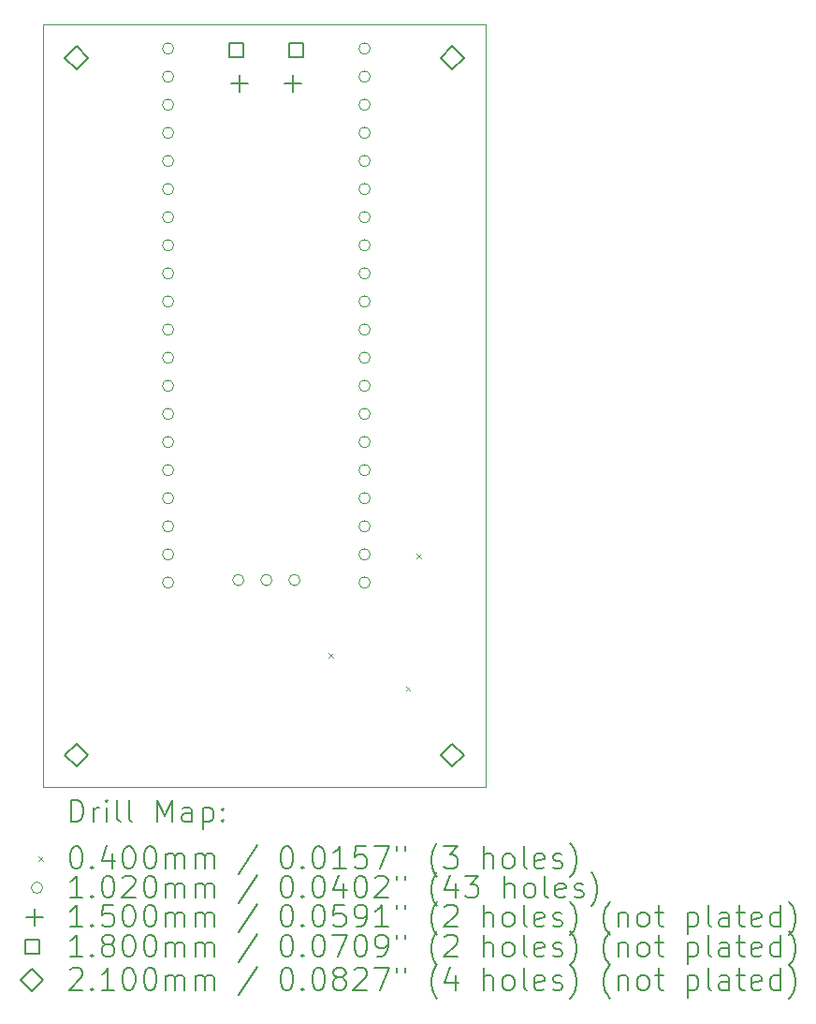
<source format=gbr>
%FSLAX45Y45*%
G04 Gerber Fmt 4.5, Leading zero omitted, Abs format (unit mm)*
G04 Created by KiCad (PCBNEW (6.0.2)) date 2022-03-21 08:56:13*
%MOMM*%
%LPD*%
G01*
G04 APERTURE LIST*
%TA.AperFunction,Profile*%
%ADD10C,0.100000*%
%TD*%
%ADD11C,0.200000*%
%ADD12C,0.040000*%
%ADD13C,0.102000*%
%ADD14C,0.150000*%
%ADD15C,0.180000*%
%ADD16C,0.210000*%
G04 APERTURE END LIST*
D10*
X12700000Y-5900000D02*
X16700000Y-5900000D01*
X16700000Y-5900000D02*
X16700000Y-12790000D01*
X16700000Y-12790000D02*
X12700000Y-12790000D01*
X12700000Y-12790000D02*
X12700000Y-5900000D01*
D11*
D12*
X15280000Y-11580000D02*
X15320000Y-11620000D01*
X15320000Y-11580000D02*
X15280000Y-11620000D01*
X15980000Y-11880000D02*
X16020000Y-11920000D01*
X16020000Y-11880000D02*
X15980000Y-11920000D01*
X16080000Y-10680000D02*
X16120000Y-10720000D01*
X16120000Y-10680000D02*
X16080000Y-10720000D01*
D13*
X13881000Y-6114500D02*
G75*
G03*
X13881000Y-6114500I-51000J0D01*
G01*
X13881000Y-6368500D02*
G75*
G03*
X13881000Y-6368500I-51000J0D01*
G01*
X13881000Y-6622500D02*
G75*
G03*
X13881000Y-6622500I-51000J0D01*
G01*
X13881000Y-6876500D02*
G75*
G03*
X13881000Y-6876500I-51000J0D01*
G01*
X13881000Y-7130500D02*
G75*
G03*
X13881000Y-7130500I-51000J0D01*
G01*
X13881000Y-7384500D02*
G75*
G03*
X13881000Y-7384500I-51000J0D01*
G01*
X13881000Y-7638500D02*
G75*
G03*
X13881000Y-7638500I-51000J0D01*
G01*
X13881000Y-7892500D02*
G75*
G03*
X13881000Y-7892500I-51000J0D01*
G01*
X13881000Y-8146500D02*
G75*
G03*
X13881000Y-8146500I-51000J0D01*
G01*
X13881000Y-8400500D02*
G75*
G03*
X13881000Y-8400500I-51000J0D01*
G01*
X13881000Y-8654500D02*
G75*
G03*
X13881000Y-8654500I-51000J0D01*
G01*
X13881000Y-8908500D02*
G75*
G03*
X13881000Y-8908500I-51000J0D01*
G01*
X13881000Y-9162500D02*
G75*
G03*
X13881000Y-9162500I-51000J0D01*
G01*
X13881000Y-9416500D02*
G75*
G03*
X13881000Y-9416500I-51000J0D01*
G01*
X13881000Y-9670500D02*
G75*
G03*
X13881000Y-9670500I-51000J0D01*
G01*
X13881000Y-9924500D02*
G75*
G03*
X13881000Y-9924500I-51000J0D01*
G01*
X13881000Y-10178500D02*
G75*
G03*
X13881000Y-10178500I-51000J0D01*
G01*
X13881000Y-10432500D02*
G75*
G03*
X13881000Y-10432500I-51000J0D01*
G01*
X13881000Y-10686500D02*
G75*
G03*
X13881000Y-10686500I-51000J0D01*
G01*
X13881000Y-10940500D02*
G75*
G03*
X13881000Y-10940500I-51000J0D01*
G01*
X14516000Y-10917500D02*
G75*
G03*
X14516000Y-10917500I-51000J0D01*
G01*
X14770000Y-10917500D02*
G75*
G03*
X14770000Y-10917500I-51000J0D01*
G01*
X15024000Y-10917500D02*
G75*
G03*
X15024000Y-10917500I-51000J0D01*
G01*
X15659000Y-6114500D02*
G75*
G03*
X15659000Y-6114500I-51000J0D01*
G01*
X15659000Y-6368500D02*
G75*
G03*
X15659000Y-6368500I-51000J0D01*
G01*
X15659000Y-6622500D02*
G75*
G03*
X15659000Y-6622500I-51000J0D01*
G01*
X15659000Y-6876500D02*
G75*
G03*
X15659000Y-6876500I-51000J0D01*
G01*
X15659000Y-7130500D02*
G75*
G03*
X15659000Y-7130500I-51000J0D01*
G01*
X15659000Y-7384500D02*
G75*
G03*
X15659000Y-7384500I-51000J0D01*
G01*
X15659000Y-7638500D02*
G75*
G03*
X15659000Y-7638500I-51000J0D01*
G01*
X15659000Y-7892500D02*
G75*
G03*
X15659000Y-7892500I-51000J0D01*
G01*
X15659000Y-8146500D02*
G75*
G03*
X15659000Y-8146500I-51000J0D01*
G01*
X15659000Y-8400500D02*
G75*
G03*
X15659000Y-8400500I-51000J0D01*
G01*
X15659000Y-8654500D02*
G75*
G03*
X15659000Y-8654500I-51000J0D01*
G01*
X15659000Y-8908500D02*
G75*
G03*
X15659000Y-8908500I-51000J0D01*
G01*
X15659000Y-9162500D02*
G75*
G03*
X15659000Y-9162500I-51000J0D01*
G01*
X15659000Y-9416500D02*
G75*
G03*
X15659000Y-9416500I-51000J0D01*
G01*
X15659000Y-9670500D02*
G75*
G03*
X15659000Y-9670500I-51000J0D01*
G01*
X15659000Y-9924500D02*
G75*
G03*
X15659000Y-9924500I-51000J0D01*
G01*
X15659000Y-10178500D02*
G75*
G03*
X15659000Y-10178500I-51000J0D01*
G01*
X15659000Y-10432500D02*
G75*
G03*
X15659000Y-10432500I-51000J0D01*
G01*
X15659000Y-10686500D02*
G75*
G03*
X15659000Y-10686500I-51000J0D01*
G01*
X15659000Y-10940500D02*
G75*
G03*
X15659000Y-10940500I-51000J0D01*
G01*
D14*
X14476500Y-6355500D02*
X14476500Y-6505500D01*
X14401500Y-6430500D02*
X14551500Y-6430500D01*
X14961500Y-6355500D02*
X14961500Y-6505500D01*
X14886500Y-6430500D02*
X15036500Y-6430500D01*
D15*
X14510140Y-6191140D02*
X14510140Y-6063860D01*
X14382860Y-6063860D01*
X14382860Y-6191140D01*
X14510140Y-6191140D01*
X15055140Y-6191140D02*
X15055140Y-6063860D01*
X14927860Y-6063860D01*
X14927860Y-6191140D01*
X15055140Y-6191140D01*
D16*
X13000000Y-6305000D02*
X13105000Y-6200000D01*
X13000000Y-6095000D01*
X12895000Y-6200000D01*
X13000000Y-6305000D01*
X13000000Y-12605000D02*
X13105000Y-12500000D01*
X13000000Y-12395000D01*
X12895000Y-12500000D01*
X13000000Y-12605000D01*
X16400000Y-6305000D02*
X16505000Y-6200000D01*
X16400000Y-6095000D01*
X16295000Y-6200000D01*
X16400000Y-6305000D01*
X16400000Y-12605000D02*
X16505000Y-12500000D01*
X16400000Y-12395000D01*
X16295000Y-12500000D01*
X16400000Y-12605000D01*
D11*
X12952619Y-13105476D02*
X12952619Y-12905476D01*
X13000238Y-12905476D01*
X13028809Y-12915000D01*
X13047857Y-12934048D01*
X13057381Y-12953095D01*
X13066905Y-12991190D01*
X13066905Y-13019762D01*
X13057381Y-13057857D01*
X13047857Y-13076905D01*
X13028809Y-13095952D01*
X13000238Y-13105476D01*
X12952619Y-13105476D01*
X13152619Y-13105476D02*
X13152619Y-12972143D01*
X13152619Y-13010238D02*
X13162143Y-12991190D01*
X13171667Y-12981667D01*
X13190714Y-12972143D01*
X13209762Y-12972143D01*
X13276428Y-13105476D02*
X13276428Y-12972143D01*
X13276428Y-12905476D02*
X13266905Y-12915000D01*
X13276428Y-12924524D01*
X13285952Y-12915000D01*
X13276428Y-12905476D01*
X13276428Y-12924524D01*
X13400238Y-13105476D02*
X13381190Y-13095952D01*
X13371667Y-13076905D01*
X13371667Y-12905476D01*
X13505000Y-13105476D02*
X13485952Y-13095952D01*
X13476428Y-13076905D01*
X13476428Y-12905476D01*
X13733571Y-13105476D02*
X13733571Y-12905476D01*
X13800238Y-13048333D01*
X13866905Y-12905476D01*
X13866905Y-13105476D01*
X14047857Y-13105476D02*
X14047857Y-13000714D01*
X14038333Y-12981667D01*
X14019286Y-12972143D01*
X13981190Y-12972143D01*
X13962143Y-12981667D01*
X14047857Y-13095952D02*
X14028809Y-13105476D01*
X13981190Y-13105476D01*
X13962143Y-13095952D01*
X13952619Y-13076905D01*
X13952619Y-13057857D01*
X13962143Y-13038809D01*
X13981190Y-13029286D01*
X14028809Y-13029286D01*
X14047857Y-13019762D01*
X14143095Y-12972143D02*
X14143095Y-13172143D01*
X14143095Y-12981667D02*
X14162143Y-12972143D01*
X14200238Y-12972143D01*
X14219286Y-12981667D01*
X14228809Y-12991190D01*
X14238333Y-13010238D01*
X14238333Y-13067381D01*
X14228809Y-13086428D01*
X14219286Y-13095952D01*
X14200238Y-13105476D01*
X14162143Y-13105476D01*
X14143095Y-13095952D01*
X14324048Y-13086428D02*
X14333571Y-13095952D01*
X14324048Y-13105476D01*
X14314524Y-13095952D01*
X14324048Y-13086428D01*
X14324048Y-13105476D01*
X14324048Y-12981667D02*
X14333571Y-12991190D01*
X14324048Y-13000714D01*
X14314524Y-12991190D01*
X14324048Y-12981667D01*
X14324048Y-13000714D01*
D12*
X12655000Y-13415000D02*
X12695000Y-13455000D01*
X12695000Y-13415000D02*
X12655000Y-13455000D01*
D11*
X12990714Y-13325476D02*
X13009762Y-13325476D01*
X13028809Y-13335000D01*
X13038333Y-13344524D01*
X13047857Y-13363571D01*
X13057381Y-13401667D01*
X13057381Y-13449286D01*
X13047857Y-13487381D01*
X13038333Y-13506428D01*
X13028809Y-13515952D01*
X13009762Y-13525476D01*
X12990714Y-13525476D01*
X12971667Y-13515952D01*
X12962143Y-13506428D01*
X12952619Y-13487381D01*
X12943095Y-13449286D01*
X12943095Y-13401667D01*
X12952619Y-13363571D01*
X12962143Y-13344524D01*
X12971667Y-13335000D01*
X12990714Y-13325476D01*
X13143095Y-13506428D02*
X13152619Y-13515952D01*
X13143095Y-13525476D01*
X13133571Y-13515952D01*
X13143095Y-13506428D01*
X13143095Y-13525476D01*
X13324048Y-13392143D02*
X13324048Y-13525476D01*
X13276428Y-13315952D02*
X13228809Y-13458809D01*
X13352619Y-13458809D01*
X13466905Y-13325476D02*
X13485952Y-13325476D01*
X13505000Y-13335000D01*
X13514524Y-13344524D01*
X13524048Y-13363571D01*
X13533571Y-13401667D01*
X13533571Y-13449286D01*
X13524048Y-13487381D01*
X13514524Y-13506428D01*
X13505000Y-13515952D01*
X13485952Y-13525476D01*
X13466905Y-13525476D01*
X13447857Y-13515952D01*
X13438333Y-13506428D01*
X13428809Y-13487381D01*
X13419286Y-13449286D01*
X13419286Y-13401667D01*
X13428809Y-13363571D01*
X13438333Y-13344524D01*
X13447857Y-13335000D01*
X13466905Y-13325476D01*
X13657381Y-13325476D02*
X13676428Y-13325476D01*
X13695476Y-13335000D01*
X13705000Y-13344524D01*
X13714524Y-13363571D01*
X13724048Y-13401667D01*
X13724048Y-13449286D01*
X13714524Y-13487381D01*
X13705000Y-13506428D01*
X13695476Y-13515952D01*
X13676428Y-13525476D01*
X13657381Y-13525476D01*
X13638333Y-13515952D01*
X13628809Y-13506428D01*
X13619286Y-13487381D01*
X13609762Y-13449286D01*
X13609762Y-13401667D01*
X13619286Y-13363571D01*
X13628809Y-13344524D01*
X13638333Y-13335000D01*
X13657381Y-13325476D01*
X13809762Y-13525476D02*
X13809762Y-13392143D01*
X13809762Y-13411190D02*
X13819286Y-13401667D01*
X13838333Y-13392143D01*
X13866905Y-13392143D01*
X13885952Y-13401667D01*
X13895476Y-13420714D01*
X13895476Y-13525476D01*
X13895476Y-13420714D02*
X13905000Y-13401667D01*
X13924048Y-13392143D01*
X13952619Y-13392143D01*
X13971667Y-13401667D01*
X13981190Y-13420714D01*
X13981190Y-13525476D01*
X14076428Y-13525476D02*
X14076428Y-13392143D01*
X14076428Y-13411190D02*
X14085952Y-13401667D01*
X14105000Y-13392143D01*
X14133571Y-13392143D01*
X14152619Y-13401667D01*
X14162143Y-13420714D01*
X14162143Y-13525476D01*
X14162143Y-13420714D02*
X14171667Y-13401667D01*
X14190714Y-13392143D01*
X14219286Y-13392143D01*
X14238333Y-13401667D01*
X14247857Y-13420714D01*
X14247857Y-13525476D01*
X14638333Y-13315952D02*
X14466905Y-13573095D01*
X14895476Y-13325476D02*
X14914524Y-13325476D01*
X14933571Y-13335000D01*
X14943095Y-13344524D01*
X14952619Y-13363571D01*
X14962143Y-13401667D01*
X14962143Y-13449286D01*
X14952619Y-13487381D01*
X14943095Y-13506428D01*
X14933571Y-13515952D01*
X14914524Y-13525476D01*
X14895476Y-13525476D01*
X14876428Y-13515952D01*
X14866905Y-13506428D01*
X14857381Y-13487381D01*
X14847857Y-13449286D01*
X14847857Y-13401667D01*
X14857381Y-13363571D01*
X14866905Y-13344524D01*
X14876428Y-13335000D01*
X14895476Y-13325476D01*
X15047857Y-13506428D02*
X15057381Y-13515952D01*
X15047857Y-13525476D01*
X15038333Y-13515952D01*
X15047857Y-13506428D01*
X15047857Y-13525476D01*
X15181190Y-13325476D02*
X15200238Y-13325476D01*
X15219286Y-13335000D01*
X15228809Y-13344524D01*
X15238333Y-13363571D01*
X15247857Y-13401667D01*
X15247857Y-13449286D01*
X15238333Y-13487381D01*
X15228809Y-13506428D01*
X15219286Y-13515952D01*
X15200238Y-13525476D01*
X15181190Y-13525476D01*
X15162143Y-13515952D01*
X15152619Y-13506428D01*
X15143095Y-13487381D01*
X15133571Y-13449286D01*
X15133571Y-13401667D01*
X15143095Y-13363571D01*
X15152619Y-13344524D01*
X15162143Y-13335000D01*
X15181190Y-13325476D01*
X15438333Y-13525476D02*
X15324048Y-13525476D01*
X15381190Y-13525476D02*
X15381190Y-13325476D01*
X15362143Y-13354048D01*
X15343095Y-13373095D01*
X15324048Y-13382619D01*
X15619286Y-13325476D02*
X15524048Y-13325476D01*
X15514524Y-13420714D01*
X15524048Y-13411190D01*
X15543095Y-13401667D01*
X15590714Y-13401667D01*
X15609762Y-13411190D01*
X15619286Y-13420714D01*
X15628809Y-13439762D01*
X15628809Y-13487381D01*
X15619286Y-13506428D01*
X15609762Y-13515952D01*
X15590714Y-13525476D01*
X15543095Y-13525476D01*
X15524048Y-13515952D01*
X15514524Y-13506428D01*
X15695476Y-13325476D02*
X15828809Y-13325476D01*
X15743095Y-13525476D01*
X15895476Y-13325476D02*
X15895476Y-13363571D01*
X15971667Y-13325476D02*
X15971667Y-13363571D01*
X16266905Y-13601667D02*
X16257381Y-13592143D01*
X16238333Y-13563571D01*
X16228809Y-13544524D01*
X16219286Y-13515952D01*
X16209762Y-13468333D01*
X16209762Y-13430238D01*
X16219286Y-13382619D01*
X16228809Y-13354048D01*
X16238333Y-13335000D01*
X16257381Y-13306428D01*
X16266905Y-13296905D01*
X16324048Y-13325476D02*
X16447857Y-13325476D01*
X16381190Y-13401667D01*
X16409762Y-13401667D01*
X16428809Y-13411190D01*
X16438333Y-13420714D01*
X16447857Y-13439762D01*
X16447857Y-13487381D01*
X16438333Y-13506428D01*
X16428809Y-13515952D01*
X16409762Y-13525476D01*
X16352619Y-13525476D01*
X16333571Y-13515952D01*
X16324048Y-13506428D01*
X16685952Y-13525476D02*
X16685952Y-13325476D01*
X16771667Y-13525476D02*
X16771667Y-13420714D01*
X16762143Y-13401667D01*
X16743095Y-13392143D01*
X16714524Y-13392143D01*
X16695476Y-13401667D01*
X16685952Y-13411190D01*
X16895476Y-13525476D02*
X16876429Y-13515952D01*
X16866905Y-13506428D01*
X16857381Y-13487381D01*
X16857381Y-13430238D01*
X16866905Y-13411190D01*
X16876429Y-13401667D01*
X16895476Y-13392143D01*
X16924048Y-13392143D01*
X16943095Y-13401667D01*
X16952619Y-13411190D01*
X16962143Y-13430238D01*
X16962143Y-13487381D01*
X16952619Y-13506428D01*
X16943095Y-13515952D01*
X16924048Y-13525476D01*
X16895476Y-13525476D01*
X17076429Y-13525476D02*
X17057381Y-13515952D01*
X17047857Y-13496905D01*
X17047857Y-13325476D01*
X17228810Y-13515952D02*
X17209762Y-13525476D01*
X17171667Y-13525476D01*
X17152619Y-13515952D01*
X17143095Y-13496905D01*
X17143095Y-13420714D01*
X17152619Y-13401667D01*
X17171667Y-13392143D01*
X17209762Y-13392143D01*
X17228810Y-13401667D01*
X17238333Y-13420714D01*
X17238333Y-13439762D01*
X17143095Y-13458809D01*
X17314524Y-13515952D02*
X17333571Y-13525476D01*
X17371667Y-13525476D01*
X17390714Y-13515952D01*
X17400238Y-13496905D01*
X17400238Y-13487381D01*
X17390714Y-13468333D01*
X17371667Y-13458809D01*
X17343095Y-13458809D01*
X17324048Y-13449286D01*
X17314524Y-13430238D01*
X17314524Y-13420714D01*
X17324048Y-13401667D01*
X17343095Y-13392143D01*
X17371667Y-13392143D01*
X17390714Y-13401667D01*
X17466905Y-13601667D02*
X17476429Y-13592143D01*
X17495476Y-13563571D01*
X17505000Y-13544524D01*
X17514524Y-13515952D01*
X17524048Y-13468333D01*
X17524048Y-13430238D01*
X17514524Y-13382619D01*
X17505000Y-13354048D01*
X17495476Y-13335000D01*
X17476429Y-13306428D01*
X17466905Y-13296905D01*
D13*
X12695000Y-13699000D02*
G75*
G03*
X12695000Y-13699000I-51000J0D01*
G01*
D11*
X13057381Y-13789476D02*
X12943095Y-13789476D01*
X13000238Y-13789476D02*
X13000238Y-13589476D01*
X12981190Y-13618048D01*
X12962143Y-13637095D01*
X12943095Y-13646619D01*
X13143095Y-13770428D02*
X13152619Y-13779952D01*
X13143095Y-13789476D01*
X13133571Y-13779952D01*
X13143095Y-13770428D01*
X13143095Y-13789476D01*
X13276428Y-13589476D02*
X13295476Y-13589476D01*
X13314524Y-13599000D01*
X13324048Y-13608524D01*
X13333571Y-13627571D01*
X13343095Y-13665667D01*
X13343095Y-13713286D01*
X13333571Y-13751381D01*
X13324048Y-13770428D01*
X13314524Y-13779952D01*
X13295476Y-13789476D01*
X13276428Y-13789476D01*
X13257381Y-13779952D01*
X13247857Y-13770428D01*
X13238333Y-13751381D01*
X13228809Y-13713286D01*
X13228809Y-13665667D01*
X13238333Y-13627571D01*
X13247857Y-13608524D01*
X13257381Y-13599000D01*
X13276428Y-13589476D01*
X13419286Y-13608524D02*
X13428809Y-13599000D01*
X13447857Y-13589476D01*
X13495476Y-13589476D01*
X13514524Y-13599000D01*
X13524048Y-13608524D01*
X13533571Y-13627571D01*
X13533571Y-13646619D01*
X13524048Y-13675190D01*
X13409762Y-13789476D01*
X13533571Y-13789476D01*
X13657381Y-13589476D02*
X13676428Y-13589476D01*
X13695476Y-13599000D01*
X13705000Y-13608524D01*
X13714524Y-13627571D01*
X13724048Y-13665667D01*
X13724048Y-13713286D01*
X13714524Y-13751381D01*
X13705000Y-13770428D01*
X13695476Y-13779952D01*
X13676428Y-13789476D01*
X13657381Y-13789476D01*
X13638333Y-13779952D01*
X13628809Y-13770428D01*
X13619286Y-13751381D01*
X13609762Y-13713286D01*
X13609762Y-13665667D01*
X13619286Y-13627571D01*
X13628809Y-13608524D01*
X13638333Y-13599000D01*
X13657381Y-13589476D01*
X13809762Y-13789476D02*
X13809762Y-13656143D01*
X13809762Y-13675190D02*
X13819286Y-13665667D01*
X13838333Y-13656143D01*
X13866905Y-13656143D01*
X13885952Y-13665667D01*
X13895476Y-13684714D01*
X13895476Y-13789476D01*
X13895476Y-13684714D02*
X13905000Y-13665667D01*
X13924048Y-13656143D01*
X13952619Y-13656143D01*
X13971667Y-13665667D01*
X13981190Y-13684714D01*
X13981190Y-13789476D01*
X14076428Y-13789476D02*
X14076428Y-13656143D01*
X14076428Y-13675190D02*
X14085952Y-13665667D01*
X14105000Y-13656143D01*
X14133571Y-13656143D01*
X14152619Y-13665667D01*
X14162143Y-13684714D01*
X14162143Y-13789476D01*
X14162143Y-13684714D02*
X14171667Y-13665667D01*
X14190714Y-13656143D01*
X14219286Y-13656143D01*
X14238333Y-13665667D01*
X14247857Y-13684714D01*
X14247857Y-13789476D01*
X14638333Y-13579952D02*
X14466905Y-13837095D01*
X14895476Y-13589476D02*
X14914524Y-13589476D01*
X14933571Y-13599000D01*
X14943095Y-13608524D01*
X14952619Y-13627571D01*
X14962143Y-13665667D01*
X14962143Y-13713286D01*
X14952619Y-13751381D01*
X14943095Y-13770428D01*
X14933571Y-13779952D01*
X14914524Y-13789476D01*
X14895476Y-13789476D01*
X14876428Y-13779952D01*
X14866905Y-13770428D01*
X14857381Y-13751381D01*
X14847857Y-13713286D01*
X14847857Y-13665667D01*
X14857381Y-13627571D01*
X14866905Y-13608524D01*
X14876428Y-13599000D01*
X14895476Y-13589476D01*
X15047857Y-13770428D02*
X15057381Y-13779952D01*
X15047857Y-13789476D01*
X15038333Y-13779952D01*
X15047857Y-13770428D01*
X15047857Y-13789476D01*
X15181190Y-13589476D02*
X15200238Y-13589476D01*
X15219286Y-13599000D01*
X15228809Y-13608524D01*
X15238333Y-13627571D01*
X15247857Y-13665667D01*
X15247857Y-13713286D01*
X15238333Y-13751381D01*
X15228809Y-13770428D01*
X15219286Y-13779952D01*
X15200238Y-13789476D01*
X15181190Y-13789476D01*
X15162143Y-13779952D01*
X15152619Y-13770428D01*
X15143095Y-13751381D01*
X15133571Y-13713286D01*
X15133571Y-13665667D01*
X15143095Y-13627571D01*
X15152619Y-13608524D01*
X15162143Y-13599000D01*
X15181190Y-13589476D01*
X15419286Y-13656143D02*
X15419286Y-13789476D01*
X15371667Y-13579952D02*
X15324048Y-13722809D01*
X15447857Y-13722809D01*
X15562143Y-13589476D02*
X15581190Y-13589476D01*
X15600238Y-13599000D01*
X15609762Y-13608524D01*
X15619286Y-13627571D01*
X15628809Y-13665667D01*
X15628809Y-13713286D01*
X15619286Y-13751381D01*
X15609762Y-13770428D01*
X15600238Y-13779952D01*
X15581190Y-13789476D01*
X15562143Y-13789476D01*
X15543095Y-13779952D01*
X15533571Y-13770428D01*
X15524048Y-13751381D01*
X15514524Y-13713286D01*
X15514524Y-13665667D01*
X15524048Y-13627571D01*
X15533571Y-13608524D01*
X15543095Y-13599000D01*
X15562143Y-13589476D01*
X15705000Y-13608524D02*
X15714524Y-13599000D01*
X15733571Y-13589476D01*
X15781190Y-13589476D01*
X15800238Y-13599000D01*
X15809762Y-13608524D01*
X15819286Y-13627571D01*
X15819286Y-13646619D01*
X15809762Y-13675190D01*
X15695476Y-13789476D01*
X15819286Y-13789476D01*
X15895476Y-13589476D02*
X15895476Y-13627571D01*
X15971667Y-13589476D02*
X15971667Y-13627571D01*
X16266905Y-13865667D02*
X16257381Y-13856143D01*
X16238333Y-13827571D01*
X16228809Y-13808524D01*
X16219286Y-13779952D01*
X16209762Y-13732333D01*
X16209762Y-13694238D01*
X16219286Y-13646619D01*
X16228809Y-13618048D01*
X16238333Y-13599000D01*
X16257381Y-13570428D01*
X16266905Y-13560905D01*
X16428809Y-13656143D02*
X16428809Y-13789476D01*
X16381190Y-13579952D02*
X16333571Y-13722809D01*
X16457381Y-13722809D01*
X16514524Y-13589476D02*
X16638333Y-13589476D01*
X16571667Y-13665667D01*
X16600238Y-13665667D01*
X16619286Y-13675190D01*
X16628809Y-13684714D01*
X16638333Y-13703762D01*
X16638333Y-13751381D01*
X16628809Y-13770428D01*
X16619286Y-13779952D01*
X16600238Y-13789476D01*
X16543095Y-13789476D01*
X16524048Y-13779952D01*
X16514524Y-13770428D01*
X16876429Y-13789476D02*
X16876429Y-13589476D01*
X16962143Y-13789476D02*
X16962143Y-13684714D01*
X16952619Y-13665667D01*
X16933571Y-13656143D01*
X16905000Y-13656143D01*
X16885952Y-13665667D01*
X16876429Y-13675190D01*
X17085952Y-13789476D02*
X17066905Y-13779952D01*
X17057381Y-13770428D01*
X17047857Y-13751381D01*
X17047857Y-13694238D01*
X17057381Y-13675190D01*
X17066905Y-13665667D01*
X17085952Y-13656143D01*
X17114524Y-13656143D01*
X17133571Y-13665667D01*
X17143095Y-13675190D01*
X17152619Y-13694238D01*
X17152619Y-13751381D01*
X17143095Y-13770428D01*
X17133571Y-13779952D01*
X17114524Y-13789476D01*
X17085952Y-13789476D01*
X17266905Y-13789476D02*
X17247857Y-13779952D01*
X17238333Y-13760905D01*
X17238333Y-13589476D01*
X17419286Y-13779952D02*
X17400238Y-13789476D01*
X17362143Y-13789476D01*
X17343095Y-13779952D01*
X17333571Y-13760905D01*
X17333571Y-13684714D01*
X17343095Y-13665667D01*
X17362143Y-13656143D01*
X17400238Y-13656143D01*
X17419286Y-13665667D01*
X17428810Y-13684714D01*
X17428810Y-13703762D01*
X17333571Y-13722809D01*
X17505000Y-13779952D02*
X17524048Y-13789476D01*
X17562143Y-13789476D01*
X17581190Y-13779952D01*
X17590714Y-13760905D01*
X17590714Y-13751381D01*
X17581190Y-13732333D01*
X17562143Y-13722809D01*
X17533571Y-13722809D01*
X17514524Y-13713286D01*
X17505000Y-13694238D01*
X17505000Y-13684714D01*
X17514524Y-13665667D01*
X17533571Y-13656143D01*
X17562143Y-13656143D01*
X17581190Y-13665667D01*
X17657381Y-13865667D02*
X17666905Y-13856143D01*
X17685952Y-13827571D01*
X17695476Y-13808524D01*
X17705000Y-13779952D01*
X17714524Y-13732333D01*
X17714524Y-13694238D01*
X17705000Y-13646619D01*
X17695476Y-13618048D01*
X17685952Y-13599000D01*
X17666905Y-13570428D01*
X17657381Y-13560905D01*
D14*
X12620000Y-13888000D02*
X12620000Y-14038000D01*
X12545000Y-13963000D02*
X12695000Y-13963000D01*
D11*
X13057381Y-14053476D02*
X12943095Y-14053476D01*
X13000238Y-14053476D02*
X13000238Y-13853476D01*
X12981190Y-13882048D01*
X12962143Y-13901095D01*
X12943095Y-13910619D01*
X13143095Y-14034428D02*
X13152619Y-14043952D01*
X13143095Y-14053476D01*
X13133571Y-14043952D01*
X13143095Y-14034428D01*
X13143095Y-14053476D01*
X13333571Y-13853476D02*
X13238333Y-13853476D01*
X13228809Y-13948714D01*
X13238333Y-13939190D01*
X13257381Y-13929667D01*
X13305000Y-13929667D01*
X13324048Y-13939190D01*
X13333571Y-13948714D01*
X13343095Y-13967762D01*
X13343095Y-14015381D01*
X13333571Y-14034428D01*
X13324048Y-14043952D01*
X13305000Y-14053476D01*
X13257381Y-14053476D01*
X13238333Y-14043952D01*
X13228809Y-14034428D01*
X13466905Y-13853476D02*
X13485952Y-13853476D01*
X13505000Y-13863000D01*
X13514524Y-13872524D01*
X13524048Y-13891571D01*
X13533571Y-13929667D01*
X13533571Y-13977286D01*
X13524048Y-14015381D01*
X13514524Y-14034428D01*
X13505000Y-14043952D01*
X13485952Y-14053476D01*
X13466905Y-14053476D01*
X13447857Y-14043952D01*
X13438333Y-14034428D01*
X13428809Y-14015381D01*
X13419286Y-13977286D01*
X13419286Y-13929667D01*
X13428809Y-13891571D01*
X13438333Y-13872524D01*
X13447857Y-13863000D01*
X13466905Y-13853476D01*
X13657381Y-13853476D02*
X13676428Y-13853476D01*
X13695476Y-13863000D01*
X13705000Y-13872524D01*
X13714524Y-13891571D01*
X13724048Y-13929667D01*
X13724048Y-13977286D01*
X13714524Y-14015381D01*
X13705000Y-14034428D01*
X13695476Y-14043952D01*
X13676428Y-14053476D01*
X13657381Y-14053476D01*
X13638333Y-14043952D01*
X13628809Y-14034428D01*
X13619286Y-14015381D01*
X13609762Y-13977286D01*
X13609762Y-13929667D01*
X13619286Y-13891571D01*
X13628809Y-13872524D01*
X13638333Y-13863000D01*
X13657381Y-13853476D01*
X13809762Y-14053476D02*
X13809762Y-13920143D01*
X13809762Y-13939190D02*
X13819286Y-13929667D01*
X13838333Y-13920143D01*
X13866905Y-13920143D01*
X13885952Y-13929667D01*
X13895476Y-13948714D01*
X13895476Y-14053476D01*
X13895476Y-13948714D02*
X13905000Y-13929667D01*
X13924048Y-13920143D01*
X13952619Y-13920143D01*
X13971667Y-13929667D01*
X13981190Y-13948714D01*
X13981190Y-14053476D01*
X14076428Y-14053476D02*
X14076428Y-13920143D01*
X14076428Y-13939190D02*
X14085952Y-13929667D01*
X14105000Y-13920143D01*
X14133571Y-13920143D01*
X14152619Y-13929667D01*
X14162143Y-13948714D01*
X14162143Y-14053476D01*
X14162143Y-13948714D02*
X14171667Y-13929667D01*
X14190714Y-13920143D01*
X14219286Y-13920143D01*
X14238333Y-13929667D01*
X14247857Y-13948714D01*
X14247857Y-14053476D01*
X14638333Y-13843952D02*
X14466905Y-14101095D01*
X14895476Y-13853476D02*
X14914524Y-13853476D01*
X14933571Y-13863000D01*
X14943095Y-13872524D01*
X14952619Y-13891571D01*
X14962143Y-13929667D01*
X14962143Y-13977286D01*
X14952619Y-14015381D01*
X14943095Y-14034428D01*
X14933571Y-14043952D01*
X14914524Y-14053476D01*
X14895476Y-14053476D01*
X14876428Y-14043952D01*
X14866905Y-14034428D01*
X14857381Y-14015381D01*
X14847857Y-13977286D01*
X14847857Y-13929667D01*
X14857381Y-13891571D01*
X14866905Y-13872524D01*
X14876428Y-13863000D01*
X14895476Y-13853476D01*
X15047857Y-14034428D02*
X15057381Y-14043952D01*
X15047857Y-14053476D01*
X15038333Y-14043952D01*
X15047857Y-14034428D01*
X15047857Y-14053476D01*
X15181190Y-13853476D02*
X15200238Y-13853476D01*
X15219286Y-13863000D01*
X15228809Y-13872524D01*
X15238333Y-13891571D01*
X15247857Y-13929667D01*
X15247857Y-13977286D01*
X15238333Y-14015381D01*
X15228809Y-14034428D01*
X15219286Y-14043952D01*
X15200238Y-14053476D01*
X15181190Y-14053476D01*
X15162143Y-14043952D01*
X15152619Y-14034428D01*
X15143095Y-14015381D01*
X15133571Y-13977286D01*
X15133571Y-13929667D01*
X15143095Y-13891571D01*
X15152619Y-13872524D01*
X15162143Y-13863000D01*
X15181190Y-13853476D01*
X15428809Y-13853476D02*
X15333571Y-13853476D01*
X15324048Y-13948714D01*
X15333571Y-13939190D01*
X15352619Y-13929667D01*
X15400238Y-13929667D01*
X15419286Y-13939190D01*
X15428809Y-13948714D01*
X15438333Y-13967762D01*
X15438333Y-14015381D01*
X15428809Y-14034428D01*
X15419286Y-14043952D01*
X15400238Y-14053476D01*
X15352619Y-14053476D01*
X15333571Y-14043952D01*
X15324048Y-14034428D01*
X15533571Y-14053476D02*
X15571667Y-14053476D01*
X15590714Y-14043952D01*
X15600238Y-14034428D01*
X15619286Y-14005857D01*
X15628809Y-13967762D01*
X15628809Y-13891571D01*
X15619286Y-13872524D01*
X15609762Y-13863000D01*
X15590714Y-13853476D01*
X15552619Y-13853476D01*
X15533571Y-13863000D01*
X15524048Y-13872524D01*
X15514524Y-13891571D01*
X15514524Y-13939190D01*
X15524048Y-13958238D01*
X15533571Y-13967762D01*
X15552619Y-13977286D01*
X15590714Y-13977286D01*
X15609762Y-13967762D01*
X15619286Y-13958238D01*
X15628809Y-13939190D01*
X15819286Y-14053476D02*
X15705000Y-14053476D01*
X15762143Y-14053476D02*
X15762143Y-13853476D01*
X15743095Y-13882048D01*
X15724048Y-13901095D01*
X15705000Y-13910619D01*
X15895476Y-13853476D02*
X15895476Y-13891571D01*
X15971667Y-13853476D02*
X15971667Y-13891571D01*
X16266905Y-14129667D02*
X16257381Y-14120143D01*
X16238333Y-14091571D01*
X16228809Y-14072524D01*
X16219286Y-14043952D01*
X16209762Y-13996333D01*
X16209762Y-13958238D01*
X16219286Y-13910619D01*
X16228809Y-13882048D01*
X16238333Y-13863000D01*
X16257381Y-13834428D01*
X16266905Y-13824905D01*
X16333571Y-13872524D02*
X16343095Y-13863000D01*
X16362143Y-13853476D01*
X16409762Y-13853476D01*
X16428809Y-13863000D01*
X16438333Y-13872524D01*
X16447857Y-13891571D01*
X16447857Y-13910619D01*
X16438333Y-13939190D01*
X16324048Y-14053476D01*
X16447857Y-14053476D01*
X16685952Y-14053476D02*
X16685952Y-13853476D01*
X16771667Y-14053476D02*
X16771667Y-13948714D01*
X16762143Y-13929667D01*
X16743095Y-13920143D01*
X16714524Y-13920143D01*
X16695476Y-13929667D01*
X16685952Y-13939190D01*
X16895476Y-14053476D02*
X16876429Y-14043952D01*
X16866905Y-14034428D01*
X16857381Y-14015381D01*
X16857381Y-13958238D01*
X16866905Y-13939190D01*
X16876429Y-13929667D01*
X16895476Y-13920143D01*
X16924048Y-13920143D01*
X16943095Y-13929667D01*
X16952619Y-13939190D01*
X16962143Y-13958238D01*
X16962143Y-14015381D01*
X16952619Y-14034428D01*
X16943095Y-14043952D01*
X16924048Y-14053476D01*
X16895476Y-14053476D01*
X17076429Y-14053476D02*
X17057381Y-14043952D01*
X17047857Y-14024905D01*
X17047857Y-13853476D01*
X17228810Y-14043952D02*
X17209762Y-14053476D01*
X17171667Y-14053476D01*
X17152619Y-14043952D01*
X17143095Y-14024905D01*
X17143095Y-13948714D01*
X17152619Y-13929667D01*
X17171667Y-13920143D01*
X17209762Y-13920143D01*
X17228810Y-13929667D01*
X17238333Y-13948714D01*
X17238333Y-13967762D01*
X17143095Y-13986809D01*
X17314524Y-14043952D02*
X17333571Y-14053476D01*
X17371667Y-14053476D01*
X17390714Y-14043952D01*
X17400238Y-14024905D01*
X17400238Y-14015381D01*
X17390714Y-13996333D01*
X17371667Y-13986809D01*
X17343095Y-13986809D01*
X17324048Y-13977286D01*
X17314524Y-13958238D01*
X17314524Y-13948714D01*
X17324048Y-13929667D01*
X17343095Y-13920143D01*
X17371667Y-13920143D01*
X17390714Y-13929667D01*
X17466905Y-14129667D02*
X17476429Y-14120143D01*
X17495476Y-14091571D01*
X17505000Y-14072524D01*
X17514524Y-14043952D01*
X17524048Y-13996333D01*
X17524048Y-13958238D01*
X17514524Y-13910619D01*
X17505000Y-13882048D01*
X17495476Y-13863000D01*
X17476429Y-13834428D01*
X17466905Y-13824905D01*
X17828810Y-14129667D02*
X17819286Y-14120143D01*
X17800238Y-14091571D01*
X17790714Y-14072524D01*
X17781190Y-14043952D01*
X17771667Y-13996333D01*
X17771667Y-13958238D01*
X17781190Y-13910619D01*
X17790714Y-13882048D01*
X17800238Y-13863000D01*
X17819286Y-13834428D01*
X17828810Y-13824905D01*
X17905000Y-13920143D02*
X17905000Y-14053476D01*
X17905000Y-13939190D02*
X17914524Y-13929667D01*
X17933571Y-13920143D01*
X17962143Y-13920143D01*
X17981190Y-13929667D01*
X17990714Y-13948714D01*
X17990714Y-14053476D01*
X18114524Y-14053476D02*
X18095476Y-14043952D01*
X18085952Y-14034428D01*
X18076429Y-14015381D01*
X18076429Y-13958238D01*
X18085952Y-13939190D01*
X18095476Y-13929667D01*
X18114524Y-13920143D01*
X18143095Y-13920143D01*
X18162143Y-13929667D01*
X18171667Y-13939190D01*
X18181190Y-13958238D01*
X18181190Y-14015381D01*
X18171667Y-14034428D01*
X18162143Y-14043952D01*
X18143095Y-14053476D01*
X18114524Y-14053476D01*
X18238333Y-13920143D02*
X18314524Y-13920143D01*
X18266905Y-13853476D02*
X18266905Y-14024905D01*
X18276429Y-14043952D01*
X18295476Y-14053476D01*
X18314524Y-14053476D01*
X18533571Y-13920143D02*
X18533571Y-14120143D01*
X18533571Y-13929667D02*
X18552619Y-13920143D01*
X18590714Y-13920143D01*
X18609762Y-13929667D01*
X18619286Y-13939190D01*
X18628810Y-13958238D01*
X18628810Y-14015381D01*
X18619286Y-14034428D01*
X18609762Y-14043952D01*
X18590714Y-14053476D01*
X18552619Y-14053476D01*
X18533571Y-14043952D01*
X18743095Y-14053476D02*
X18724048Y-14043952D01*
X18714524Y-14024905D01*
X18714524Y-13853476D01*
X18905000Y-14053476D02*
X18905000Y-13948714D01*
X18895476Y-13929667D01*
X18876429Y-13920143D01*
X18838333Y-13920143D01*
X18819286Y-13929667D01*
X18905000Y-14043952D02*
X18885952Y-14053476D01*
X18838333Y-14053476D01*
X18819286Y-14043952D01*
X18809762Y-14024905D01*
X18809762Y-14005857D01*
X18819286Y-13986809D01*
X18838333Y-13977286D01*
X18885952Y-13977286D01*
X18905000Y-13967762D01*
X18971667Y-13920143D02*
X19047857Y-13920143D01*
X19000238Y-13853476D02*
X19000238Y-14024905D01*
X19009762Y-14043952D01*
X19028810Y-14053476D01*
X19047857Y-14053476D01*
X19190714Y-14043952D02*
X19171667Y-14053476D01*
X19133571Y-14053476D01*
X19114524Y-14043952D01*
X19105000Y-14024905D01*
X19105000Y-13948714D01*
X19114524Y-13929667D01*
X19133571Y-13920143D01*
X19171667Y-13920143D01*
X19190714Y-13929667D01*
X19200238Y-13948714D01*
X19200238Y-13967762D01*
X19105000Y-13986809D01*
X19371667Y-14053476D02*
X19371667Y-13853476D01*
X19371667Y-14043952D02*
X19352619Y-14053476D01*
X19314524Y-14053476D01*
X19295476Y-14043952D01*
X19285952Y-14034428D01*
X19276429Y-14015381D01*
X19276429Y-13958238D01*
X19285952Y-13939190D01*
X19295476Y-13929667D01*
X19314524Y-13920143D01*
X19352619Y-13920143D01*
X19371667Y-13929667D01*
X19447857Y-14129667D02*
X19457381Y-14120143D01*
X19476429Y-14091571D01*
X19485952Y-14072524D01*
X19495476Y-14043952D01*
X19505000Y-13996333D01*
X19505000Y-13958238D01*
X19495476Y-13910619D01*
X19485952Y-13882048D01*
X19476429Y-13863000D01*
X19457381Y-13834428D01*
X19447857Y-13824905D01*
D15*
X12668640Y-14296640D02*
X12668640Y-14169360D01*
X12541360Y-14169360D01*
X12541360Y-14296640D01*
X12668640Y-14296640D01*
D11*
X13057381Y-14323476D02*
X12943095Y-14323476D01*
X13000238Y-14323476D02*
X13000238Y-14123476D01*
X12981190Y-14152048D01*
X12962143Y-14171095D01*
X12943095Y-14180619D01*
X13143095Y-14304428D02*
X13152619Y-14313952D01*
X13143095Y-14323476D01*
X13133571Y-14313952D01*
X13143095Y-14304428D01*
X13143095Y-14323476D01*
X13266905Y-14209190D02*
X13247857Y-14199667D01*
X13238333Y-14190143D01*
X13228809Y-14171095D01*
X13228809Y-14161571D01*
X13238333Y-14142524D01*
X13247857Y-14133000D01*
X13266905Y-14123476D01*
X13305000Y-14123476D01*
X13324048Y-14133000D01*
X13333571Y-14142524D01*
X13343095Y-14161571D01*
X13343095Y-14171095D01*
X13333571Y-14190143D01*
X13324048Y-14199667D01*
X13305000Y-14209190D01*
X13266905Y-14209190D01*
X13247857Y-14218714D01*
X13238333Y-14228238D01*
X13228809Y-14247286D01*
X13228809Y-14285381D01*
X13238333Y-14304428D01*
X13247857Y-14313952D01*
X13266905Y-14323476D01*
X13305000Y-14323476D01*
X13324048Y-14313952D01*
X13333571Y-14304428D01*
X13343095Y-14285381D01*
X13343095Y-14247286D01*
X13333571Y-14228238D01*
X13324048Y-14218714D01*
X13305000Y-14209190D01*
X13466905Y-14123476D02*
X13485952Y-14123476D01*
X13505000Y-14133000D01*
X13514524Y-14142524D01*
X13524048Y-14161571D01*
X13533571Y-14199667D01*
X13533571Y-14247286D01*
X13524048Y-14285381D01*
X13514524Y-14304428D01*
X13505000Y-14313952D01*
X13485952Y-14323476D01*
X13466905Y-14323476D01*
X13447857Y-14313952D01*
X13438333Y-14304428D01*
X13428809Y-14285381D01*
X13419286Y-14247286D01*
X13419286Y-14199667D01*
X13428809Y-14161571D01*
X13438333Y-14142524D01*
X13447857Y-14133000D01*
X13466905Y-14123476D01*
X13657381Y-14123476D02*
X13676428Y-14123476D01*
X13695476Y-14133000D01*
X13705000Y-14142524D01*
X13714524Y-14161571D01*
X13724048Y-14199667D01*
X13724048Y-14247286D01*
X13714524Y-14285381D01*
X13705000Y-14304428D01*
X13695476Y-14313952D01*
X13676428Y-14323476D01*
X13657381Y-14323476D01*
X13638333Y-14313952D01*
X13628809Y-14304428D01*
X13619286Y-14285381D01*
X13609762Y-14247286D01*
X13609762Y-14199667D01*
X13619286Y-14161571D01*
X13628809Y-14142524D01*
X13638333Y-14133000D01*
X13657381Y-14123476D01*
X13809762Y-14323476D02*
X13809762Y-14190143D01*
X13809762Y-14209190D02*
X13819286Y-14199667D01*
X13838333Y-14190143D01*
X13866905Y-14190143D01*
X13885952Y-14199667D01*
X13895476Y-14218714D01*
X13895476Y-14323476D01*
X13895476Y-14218714D02*
X13905000Y-14199667D01*
X13924048Y-14190143D01*
X13952619Y-14190143D01*
X13971667Y-14199667D01*
X13981190Y-14218714D01*
X13981190Y-14323476D01*
X14076428Y-14323476D02*
X14076428Y-14190143D01*
X14076428Y-14209190D02*
X14085952Y-14199667D01*
X14105000Y-14190143D01*
X14133571Y-14190143D01*
X14152619Y-14199667D01*
X14162143Y-14218714D01*
X14162143Y-14323476D01*
X14162143Y-14218714D02*
X14171667Y-14199667D01*
X14190714Y-14190143D01*
X14219286Y-14190143D01*
X14238333Y-14199667D01*
X14247857Y-14218714D01*
X14247857Y-14323476D01*
X14638333Y-14113952D02*
X14466905Y-14371095D01*
X14895476Y-14123476D02*
X14914524Y-14123476D01*
X14933571Y-14133000D01*
X14943095Y-14142524D01*
X14952619Y-14161571D01*
X14962143Y-14199667D01*
X14962143Y-14247286D01*
X14952619Y-14285381D01*
X14943095Y-14304428D01*
X14933571Y-14313952D01*
X14914524Y-14323476D01*
X14895476Y-14323476D01*
X14876428Y-14313952D01*
X14866905Y-14304428D01*
X14857381Y-14285381D01*
X14847857Y-14247286D01*
X14847857Y-14199667D01*
X14857381Y-14161571D01*
X14866905Y-14142524D01*
X14876428Y-14133000D01*
X14895476Y-14123476D01*
X15047857Y-14304428D02*
X15057381Y-14313952D01*
X15047857Y-14323476D01*
X15038333Y-14313952D01*
X15047857Y-14304428D01*
X15047857Y-14323476D01*
X15181190Y-14123476D02*
X15200238Y-14123476D01*
X15219286Y-14133000D01*
X15228809Y-14142524D01*
X15238333Y-14161571D01*
X15247857Y-14199667D01*
X15247857Y-14247286D01*
X15238333Y-14285381D01*
X15228809Y-14304428D01*
X15219286Y-14313952D01*
X15200238Y-14323476D01*
X15181190Y-14323476D01*
X15162143Y-14313952D01*
X15152619Y-14304428D01*
X15143095Y-14285381D01*
X15133571Y-14247286D01*
X15133571Y-14199667D01*
X15143095Y-14161571D01*
X15152619Y-14142524D01*
X15162143Y-14133000D01*
X15181190Y-14123476D01*
X15314524Y-14123476D02*
X15447857Y-14123476D01*
X15362143Y-14323476D01*
X15562143Y-14123476D02*
X15581190Y-14123476D01*
X15600238Y-14133000D01*
X15609762Y-14142524D01*
X15619286Y-14161571D01*
X15628809Y-14199667D01*
X15628809Y-14247286D01*
X15619286Y-14285381D01*
X15609762Y-14304428D01*
X15600238Y-14313952D01*
X15581190Y-14323476D01*
X15562143Y-14323476D01*
X15543095Y-14313952D01*
X15533571Y-14304428D01*
X15524048Y-14285381D01*
X15514524Y-14247286D01*
X15514524Y-14199667D01*
X15524048Y-14161571D01*
X15533571Y-14142524D01*
X15543095Y-14133000D01*
X15562143Y-14123476D01*
X15724048Y-14323476D02*
X15762143Y-14323476D01*
X15781190Y-14313952D01*
X15790714Y-14304428D01*
X15809762Y-14275857D01*
X15819286Y-14237762D01*
X15819286Y-14161571D01*
X15809762Y-14142524D01*
X15800238Y-14133000D01*
X15781190Y-14123476D01*
X15743095Y-14123476D01*
X15724048Y-14133000D01*
X15714524Y-14142524D01*
X15705000Y-14161571D01*
X15705000Y-14209190D01*
X15714524Y-14228238D01*
X15724048Y-14237762D01*
X15743095Y-14247286D01*
X15781190Y-14247286D01*
X15800238Y-14237762D01*
X15809762Y-14228238D01*
X15819286Y-14209190D01*
X15895476Y-14123476D02*
X15895476Y-14161571D01*
X15971667Y-14123476D02*
X15971667Y-14161571D01*
X16266905Y-14399667D02*
X16257381Y-14390143D01*
X16238333Y-14361571D01*
X16228809Y-14342524D01*
X16219286Y-14313952D01*
X16209762Y-14266333D01*
X16209762Y-14228238D01*
X16219286Y-14180619D01*
X16228809Y-14152048D01*
X16238333Y-14133000D01*
X16257381Y-14104428D01*
X16266905Y-14094905D01*
X16333571Y-14142524D02*
X16343095Y-14133000D01*
X16362143Y-14123476D01*
X16409762Y-14123476D01*
X16428809Y-14133000D01*
X16438333Y-14142524D01*
X16447857Y-14161571D01*
X16447857Y-14180619D01*
X16438333Y-14209190D01*
X16324048Y-14323476D01*
X16447857Y-14323476D01*
X16685952Y-14323476D02*
X16685952Y-14123476D01*
X16771667Y-14323476D02*
X16771667Y-14218714D01*
X16762143Y-14199667D01*
X16743095Y-14190143D01*
X16714524Y-14190143D01*
X16695476Y-14199667D01*
X16685952Y-14209190D01*
X16895476Y-14323476D02*
X16876429Y-14313952D01*
X16866905Y-14304428D01*
X16857381Y-14285381D01*
X16857381Y-14228238D01*
X16866905Y-14209190D01*
X16876429Y-14199667D01*
X16895476Y-14190143D01*
X16924048Y-14190143D01*
X16943095Y-14199667D01*
X16952619Y-14209190D01*
X16962143Y-14228238D01*
X16962143Y-14285381D01*
X16952619Y-14304428D01*
X16943095Y-14313952D01*
X16924048Y-14323476D01*
X16895476Y-14323476D01*
X17076429Y-14323476D02*
X17057381Y-14313952D01*
X17047857Y-14294905D01*
X17047857Y-14123476D01*
X17228810Y-14313952D02*
X17209762Y-14323476D01*
X17171667Y-14323476D01*
X17152619Y-14313952D01*
X17143095Y-14294905D01*
X17143095Y-14218714D01*
X17152619Y-14199667D01*
X17171667Y-14190143D01*
X17209762Y-14190143D01*
X17228810Y-14199667D01*
X17238333Y-14218714D01*
X17238333Y-14237762D01*
X17143095Y-14256809D01*
X17314524Y-14313952D02*
X17333571Y-14323476D01*
X17371667Y-14323476D01*
X17390714Y-14313952D01*
X17400238Y-14294905D01*
X17400238Y-14285381D01*
X17390714Y-14266333D01*
X17371667Y-14256809D01*
X17343095Y-14256809D01*
X17324048Y-14247286D01*
X17314524Y-14228238D01*
X17314524Y-14218714D01*
X17324048Y-14199667D01*
X17343095Y-14190143D01*
X17371667Y-14190143D01*
X17390714Y-14199667D01*
X17466905Y-14399667D02*
X17476429Y-14390143D01*
X17495476Y-14361571D01*
X17505000Y-14342524D01*
X17514524Y-14313952D01*
X17524048Y-14266333D01*
X17524048Y-14228238D01*
X17514524Y-14180619D01*
X17505000Y-14152048D01*
X17495476Y-14133000D01*
X17476429Y-14104428D01*
X17466905Y-14094905D01*
X17828810Y-14399667D02*
X17819286Y-14390143D01*
X17800238Y-14361571D01*
X17790714Y-14342524D01*
X17781190Y-14313952D01*
X17771667Y-14266333D01*
X17771667Y-14228238D01*
X17781190Y-14180619D01*
X17790714Y-14152048D01*
X17800238Y-14133000D01*
X17819286Y-14104428D01*
X17828810Y-14094905D01*
X17905000Y-14190143D02*
X17905000Y-14323476D01*
X17905000Y-14209190D02*
X17914524Y-14199667D01*
X17933571Y-14190143D01*
X17962143Y-14190143D01*
X17981190Y-14199667D01*
X17990714Y-14218714D01*
X17990714Y-14323476D01*
X18114524Y-14323476D02*
X18095476Y-14313952D01*
X18085952Y-14304428D01*
X18076429Y-14285381D01*
X18076429Y-14228238D01*
X18085952Y-14209190D01*
X18095476Y-14199667D01*
X18114524Y-14190143D01*
X18143095Y-14190143D01*
X18162143Y-14199667D01*
X18171667Y-14209190D01*
X18181190Y-14228238D01*
X18181190Y-14285381D01*
X18171667Y-14304428D01*
X18162143Y-14313952D01*
X18143095Y-14323476D01*
X18114524Y-14323476D01*
X18238333Y-14190143D02*
X18314524Y-14190143D01*
X18266905Y-14123476D02*
X18266905Y-14294905D01*
X18276429Y-14313952D01*
X18295476Y-14323476D01*
X18314524Y-14323476D01*
X18533571Y-14190143D02*
X18533571Y-14390143D01*
X18533571Y-14199667D02*
X18552619Y-14190143D01*
X18590714Y-14190143D01*
X18609762Y-14199667D01*
X18619286Y-14209190D01*
X18628810Y-14228238D01*
X18628810Y-14285381D01*
X18619286Y-14304428D01*
X18609762Y-14313952D01*
X18590714Y-14323476D01*
X18552619Y-14323476D01*
X18533571Y-14313952D01*
X18743095Y-14323476D02*
X18724048Y-14313952D01*
X18714524Y-14294905D01*
X18714524Y-14123476D01*
X18905000Y-14323476D02*
X18905000Y-14218714D01*
X18895476Y-14199667D01*
X18876429Y-14190143D01*
X18838333Y-14190143D01*
X18819286Y-14199667D01*
X18905000Y-14313952D02*
X18885952Y-14323476D01*
X18838333Y-14323476D01*
X18819286Y-14313952D01*
X18809762Y-14294905D01*
X18809762Y-14275857D01*
X18819286Y-14256809D01*
X18838333Y-14247286D01*
X18885952Y-14247286D01*
X18905000Y-14237762D01*
X18971667Y-14190143D02*
X19047857Y-14190143D01*
X19000238Y-14123476D02*
X19000238Y-14294905D01*
X19009762Y-14313952D01*
X19028810Y-14323476D01*
X19047857Y-14323476D01*
X19190714Y-14313952D02*
X19171667Y-14323476D01*
X19133571Y-14323476D01*
X19114524Y-14313952D01*
X19105000Y-14294905D01*
X19105000Y-14218714D01*
X19114524Y-14199667D01*
X19133571Y-14190143D01*
X19171667Y-14190143D01*
X19190714Y-14199667D01*
X19200238Y-14218714D01*
X19200238Y-14237762D01*
X19105000Y-14256809D01*
X19371667Y-14323476D02*
X19371667Y-14123476D01*
X19371667Y-14313952D02*
X19352619Y-14323476D01*
X19314524Y-14323476D01*
X19295476Y-14313952D01*
X19285952Y-14304428D01*
X19276429Y-14285381D01*
X19276429Y-14228238D01*
X19285952Y-14209190D01*
X19295476Y-14199667D01*
X19314524Y-14190143D01*
X19352619Y-14190143D01*
X19371667Y-14199667D01*
X19447857Y-14399667D02*
X19457381Y-14390143D01*
X19476429Y-14361571D01*
X19485952Y-14342524D01*
X19495476Y-14313952D01*
X19505000Y-14266333D01*
X19505000Y-14228238D01*
X19495476Y-14180619D01*
X19485952Y-14152048D01*
X19476429Y-14133000D01*
X19457381Y-14104428D01*
X19447857Y-14094905D01*
X12595000Y-14633000D02*
X12695000Y-14533000D01*
X12595000Y-14433000D01*
X12495000Y-14533000D01*
X12595000Y-14633000D01*
X12943095Y-14442524D02*
X12952619Y-14433000D01*
X12971667Y-14423476D01*
X13019286Y-14423476D01*
X13038333Y-14433000D01*
X13047857Y-14442524D01*
X13057381Y-14461571D01*
X13057381Y-14480619D01*
X13047857Y-14509190D01*
X12933571Y-14623476D01*
X13057381Y-14623476D01*
X13143095Y-14604428D02*
X13152619Y-14613952D01*
X13143095Y-14623476D01*
X13133571Y-14613952D01*
X13143095Y-14604428D01*
X13143095Y-14623476D01*
X13343095Y-14623476D02*
X13228809Y-14623476D01*
X13285952Y-14623476D02*
X13285952Y-14423476D01*
X13266905Y-14452048D01*
X13247857Y-14471095D01*
X13228809Y-14480619D01*
X13466905Y-14423476D02*
X13485952Y-14423476D01*
X13505000Y-14433000D01*
X13514524Y-14442524D01*
X13524048Y-14461571D01*
X13533571Y-14499667D01*
X13533571Y-14547286D01*
X13524048Y-14585381D01*
X13514524Y-14604428D01*
X13505000Y-14613952D01*
X13485952Y-14623476D01*
X13466905Y-14623476D01*
X13447857Y-14613952D01*
X13438333Y-14604428D01*
X13428809Y-14585381D01*
X13419286Y-14547286D01*
X13419286Y-14499667D01*
X13428809Y-14461571D01*
X13438333Y-14442524D01*
X13447857Y-14433000D01*
X13466905Y-14423476D01*
X13657381Y-14423476D02*
X13676428Y-14423476D01*
X13695476Y-14433000D01*
X13705000Y-14442524D01*
X13714524Y-14461571D01*
X13724048Y-14499667D01*
X13724048Y-14547286D01*
X13714524Y-14585381D01*
X13705000Y-14604428D01*
X13695476Y-14613952D01*
X13676428Y-14623476D01*
X13657381Y-14623476D01*
X13638333Y-14613952D01*
X13628809Y-14604428D01*
X13619286Y-14585381D01*
X13609762Y-14547286D01*
X13609762Y-14499667D01*
X13619286Y-14461571D01*
X13628809Y-14442524D01*
X13638333Y-14433000D01*
X13657381Y-14423476D01*
X13809762Y-14623476D02*
X13809762Y-14490143D01*
X13809762Y-14509190D02*
X13819286Y-14499667D01*
X13838333Y-14490143D01*
X13866905Y-14490143D01*
X13885952Y-14499667D01*
X13895476Y-14518714D01*
X13895476Y-14623476D01*
X13895476Y-14518714D02*
X13905000Y-14499667D01*
X13924048Y-14490143D01*
X13952619Y-14490143D01*
X13971667Y-14499667D01*
X13981190Y-14518714D01*
X13981190Y-14623476D01*
X14076428Y-14623476D02*
X14076428Y-14490143D01*
X14076428Y-14509190D02*
X14085952Y-14499667D01*
X14105000Y-14490143D01*
X14133571Y-14490143D01*
X14152619Y-14499667D01*
X14162143Y-14518714D01*
X14162143Y-14623476D01*
X14162143Y-14518714D02*
X14171667Y-14499667D01*
X14190714Y-14490143D01*
X14219286Y-14490143D01*
X14238333Y-14499667D01*
X14247857Y-14518714D01*
X14247857Y-14623476D01*
X14638333Y-14413952D02*
X14466905Y-14671095D01*
X14895476Y-14423476D02*
X14914524Y-14423476D01*
X14933571Y-14433000D01*
X14943095Y-14442524D01*
X14952619Y-14461571D01*
X14962143Y-14499667D01*
X14962143Y-14547286D01*
X14952619Y-14585381D01*
X14943095Y-14604428D01*
X14933571Y-14613952D01*
X14914524Y-14623476D01*
X14895476Y-14623476D01*
X14876428Y-14613952D01*
X14866905Y-14604428D01*
X14857381Y-14585381D01*
X14847857Y-14547286D01*
X14847857Y-14499667D01*
X14857381Y-14461571D01*
X14866905Y-14442524D01*
X14876428Y-14433000D01*
X14895476Y-14423476D01*
X15047857Y-14604428D02*
X15057381Y-14613952D01*
X15047857Y-14623476D01*
X15038333Y-14613952D01*
X15047857Y-14604428D01*
X15047857Y-14623476D01*
X15181190Y-14423476D02*
X15200238Y-14423476D01*
X15219286Y-14433000D01*
X15228809Y-14442524D01*
X15238333Y-14461571D01*
X15247857Y-14499667D01*
X15247857Y-14547286D01*
X15238333Y-14585381D01*
X15228809Y-14604428D01*
X15219286Y-14613952D01*
X15200238Y-14623476D01*
X15181190Y-14623476D01*
X15162143Y-14613952D01*
X15152619Y-14604428D01*
X15143095Y-14585381D01*
X15133571Y-14547286D01*
X15133571Y-14499667D01*
X15143095Y-14461571D01*
X15152619Y-14442524D01*
X15162143Y-14433000D01*
X15181190Y-14423476D01*
X15362143Y-14509190D02*
X15343095Y-14499667D01*
X15333571Y-14490143D01*
X15324048Y-14471095D01*
X15324048Y-14461571D01*
X15333571Y-14442524D01*
X15343095Y-14433000D01*
X15362143Y-14423476D01*
X15400238Y-14423476D01*
X15419286Y-14433000D01*
X15428809Y-14442524D01*
X15438333Y-14461571D01*
X15438333Y-14471095D01*
X15428809Y-14490143D01*
X15419286Y-14499667D01*
X15400238Y-14509190D01*
X15362143Y-14509190D01*
X15343095Y-14518714D01*
X15333571Y-14528238D01*
X15324048Y-14547286D01*
X15324048Y-14585381D01*
X15333571Y-14604428D01*
X15343095Y-14613952D01*
X15362143Y-14623476D01*
X15400238Y-14623476D01*
X15419286Y-14613952D01*
X15428809Y-14604428D01*
X15438333Y-14585381D01*
X15438333Y-14547286D01*
X15428809Y-14528238D01*
X15419286Y-14518714D01*
X15400238Y-14509190D01*
X15514524Y-14442524D02*
X15524048Y-14433000D01*
X15543095Y-14423476D01*
X15590714Y-14423476D01*
X15609762Y-14433000D01*
X15619286Y-14442524D01*
X15628809Y-14461571D01*
X15628809Y-14480619D01*
X15619286Y-14509190D01*
X15505000Y-14623476D01*
X15628809Y-14623476D01*
X15695476Y-14423476D02*
X15828809Y-14423476D01*
X15743095Y-14623476D01*
X15895476Y-14423476D02*
X15895476Y-14461571D01*
X15971667Y-14423476D02*
X15971667Y-14461571D01*
X16266905Y-14699667D02*
X16257381Y-14690143D01*
X16238333Y-14661571D01*
X16228809Y-14642524D01*
X16219286Y-14613952D01*
X16209762Y-14566333D01*
X16209762Y-14528238D01*
X16219286Y-14480619D01*
X16228809Y-14452048D01*
X16238333Y-14433000D01*
X16257381Y-14404428D01*
X16266905Y-14394905D01*
X16428809Y-14490143D02*
X16428809Y-14623476D01*
X16381190Y-14413952D02*
X16333571Y-14556809D01*
X16457381Y-14556809D01*
X16685952Y-14623476D02*
X16685952Y-14423476D01*
X16771667Y-14623476D02*
X16771667Y-14518714D01*
X16762143Y-14499667D01*
X16743095Y-14490143D01*
X16714524Y-14490143D01*
X16695476Y-14499667D01*
X16685952Y-14509190D01*
X16895476Y-14623476D02*
X16876429Y-14613952D01*
X16866905Y-14604428D01*
X16857381Y-14585381D01*
X16857381Y-14528238D01*
X16866905Y-14509190D01*
X16876429Y-14499667D01*
X16895476Y-14490143D01*
X16924048Y-14490143D01*
X16943095Y-14499667D01*
X16952619Y-14509190D01*
X16962143Y-14528238D01*
X16962143Y-14585381D01*
X16952619Y-14604428D01*
X16943095Y-14613952D01*
X16924048Y-14623476D01*
X16895476Y-14623476D01*
X17076429Y-14623476D02*
X17057381Y-14613952D01*
X17047857Y-14594905D01*
X17047857Y-14423476D01*
X17228810Y-14613952D02*
X17209762Y-14623476D01*
X17171667Y-14623476D01*
X17152619Y-14613952D01*
X17143095Y-14594905D01*
X17143095Y-14518714D01*
X17152619Y-14499667D01*
X17171667Y-14490143D01*
X17209762Y-14490143D01*
X17228810Y-14499667D01*
X17238333Y-14518714D01*
X17238333Y-14537762D01*
X17143095Y-14556809D01*
X17314524Y-14613952D02*
X17333571Y-14623476D01*
X17371667Y-14623476D01*
X17390714Y-14613952D01*
X17400238Y-14594905D01*
X17400238Y-14585381D01*
X17390714Y-14566333D01*
X17371667Y-14556809D01*
X17343095Y-14556809D01*
X17324048Y-14547286D01*
X17314524Y-14528238D01*
X17314524Y-14518714D01*
X17324048Y-14499667D01*
X17343095Y-14490143D01*
X17371667Y-14490143D01*
X17390714Y-14499667D01*
X17466905Y-14699667D02*
X17476429Y-14690143D01*
X17495476Y-14661571D01*
X17505000Y-14642524D01*
X17514524Y-14613952D01*
X17524048Y-14566333D01*
X17524048Y-14528238D01*
X17514524Y-14480619D01*
X17505000Y-14452048D01*
X17495476Y-14433000D01*
X17476429Y-14404428D01*
X17466905Y-14394905D01*
X17828810Y-14699667D02*
X17819286Y-14690143D01*
X17800238Y-14661571D01*
X17790714Y-14642524D01*
X17781190Y-14613952D01*
X17771667Y-14566333D01*
X17771667Y-14528238D01*
X17781190Y-14480619D01*
X17790714Y-14452048D01*
X17800238Y-14433000D01*
X17819286Y-14404428D01*
X17828810Y-14394905D01*
X17905000Y-14490143D02*
X17905000Y-14623476D01*
X17905000Y-14509190D02*
X17914524Y-14499667D01*
X17933571Y-14490143D01*
X17962143Y-14490143D01*
X17981190Y-14499667D01*
X17990714Y-14518714D01*
X17990714Y-14623476D01*
X18114524Y-14623476D02*
X18095476Y-14613952D01*
X18085952Y-14604428D01*
X18076429Y-14585381D01*
X18076429Y-14528238D01*
X18085952Y-14509190D01*
X18095476Y-14499667D01*
X18114524Y-14490143D01*
X18143095Y-14490143D01*
X18162143Y-14499667D01*
X18171667Y-14509190D01*
X18181190Y-14528238D01*
X18181190Y-14585381D01*
X18171667Y-14604428D01*
X18162143Y-14613952D01*
X18143095Y-14623476D01*
X18114524Y-14623476D01*
X18238333Y-14490143D02*
X18314524Y-14490143D01*
X18266905Y-14423476D02*
X18266905Y-14594905D01*
X18276429Y-14613952D01*
X18295476Y-14623476D01*
X18314524Y-14623476D01*
X18533571Y-14490143D02*
X18533571Y-14690143D01*
X18533571Y-14499667D02*
X18552619Y-14490143D01*
X18590714Y-14490143D01*
X18609762Y-14499667D01*
X18619286Y-14509190D01*
X18628810Y-14528238D01*
X18628810Y-14585381D01*
X18619286Y-14604428D01*
X18609762Y-14613952D01*
X18590714Y-14623476D01*
X18552619Y-14623476D01*
X18533571Y-14613952D01*
X18743095Y-14623476D02*
X18724048Y-14613952D01*
X18714524Y-14594905D01*
X18714524Y-14423476D01*
X18905000Y-14623476D02*
X18905000Y-14518714D01*
X18895476Y-14499667D01*
X18876429Y-14490143D01*
X18838333Y-14490143D01*
X18819286Y-14499667D01*
X18905000Y-14613952D02*
X18885952Y-14623476D01*
X18838333Y-14623476D01*
X18819286Y-14613952D01*
X18809762Y-14594905D01*
X18809762Y-14575857D01*
X18819286Y-14556809D01*
X18838333Y-14547286D01*
X18885952Y-14547286D01*
X18905000Y-14537762D01*
X18971667Y-14490143D02*
X19047857Y-14490143D01*
X19000238Y-14423476D02*
X19000238Y-14594905D01*
X19009762Y-14613952D01*
X19028810Y-14623476D01*
X19047857Y-14623476D01*
X19190714Y-14613952D02*
X19171667Y-14623476D01*
X19133571Y-14623476D01*
X19114524Y-14613952D01*
X19105000Y-14594905D01*
X19105000Y-14518714D01*
X19114524Y-14499667D01*
X19133571Y-14490143D01*
X19171667Y-14490143D01*
X19190714Y-14499667D01*
X19200238Y-14518714D01*
X19200238Y-14537762D01*
X19105000Y-14556809D01*
X19371667Y-14623476D02*
X19371667Y-14423476D01*
X19371667Y-14613952D02*
X19352619Y-14623476D01*
X19314524Y-14623476D01*
X19295476Y-14613952D01*
X19285952Y-14604428D01*
X19276429Y-14585381D01*
X19276429Y-14528238D01*
X19285952Y-14509190D01*
X19295476Y-14499667D01*
X19314524Y-14490143D01*
X19352619Y-14490143D01*
X19371667Y-14499667D01*
X19447857Y-14699667D02*
X19457381Y-14690143D01*
X19476429Y-14661571D01*
X19485952Y-14642524D01*
X19495476Y-14613952D01*
X19505000Y-14566333D01*
X19505000Y-14528238D01*
X19495476Y-14480619D01*
X19485952Y-14452048D01*
X19476429Y-14433000D01*
X19457381Y-14404428D01*
X19447857Y-14394905D01*
M02*

</source>
